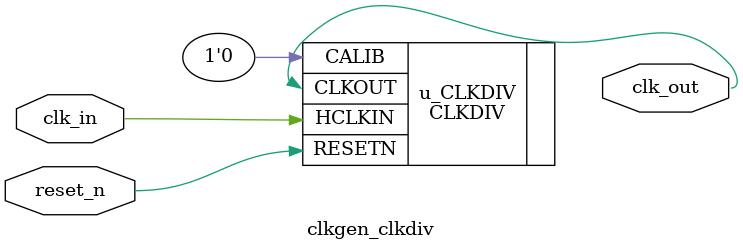
<source format=sv>

`default_nettype none

module clkgen_clkdiv
        (
            input   var logic   reset_n,
            input   var logic   clk_in,
            output  var logic   clk_out
        );

    CLKDIV
            #(
                .DIV_MODE   ("5"    ),
                .GSREN      ("false")
            )
        u_CLKDIV
            (
                .CLKOUT     (clk_out),
                .HCLKIN     (clk_in),
                .RESETN     (reset_n),
                .CALIB      (1'b0)
            );

endmodule


`default_nettype wire



</source>
